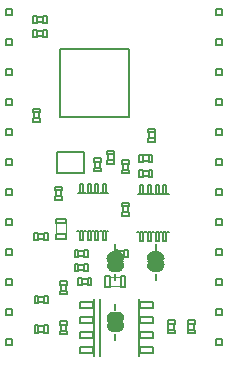
<source format=gbr>
G04 (created by PCBNEW (2013-jul-07)-stable) date Mon 28 Dec 2015 12:05:22 PM PST*
%MOIN*%
G04 Gerber Fmt 3.4, Leading zero omitted, Abs format*
%FSLAX34Y34*%
G01*
G70*
G90*
G04 APERTURE LIST*
%ADD10C,0.00393701*%
%ADD11C,0.008*%
%ADD12C,0.006*%
%ADD13C,0.005*%
%ADD14C,0.004*%
%ADD15C,0.05*%
G04 APERTURE END LIST*
G54D10*
G54D11*
X56785Y-37087D02*
X59067Y-37087D01*
X59067Y-37087D02*
X59067Y-39369D01*
X59067Y-39369D02*
X56785Y-39369D01*
X56785Y-39369D02*
X56785Y-37087D01*
G54D12*
X56242Y-43446D02*
X56050Y-43446D01*
X56050Y-43270D02*
X56242Y-43270D01*
G54D13*
X56364Y-43238D02*
X56246Y-43238D01*
X56246Y-43238D02*
X56246Y-43474D01*
X56246Y-43474D02*
X56364Y-43474D01*
X56364Y-43474D02*
X56364Y-43238D01*
X56045Y-43238D02*
X55926Y-43238D01*
X55926Y-43238D02*
X55926Y-43474D01*
X55926Y-43474D02*
X56045Y-43474D01*
X56045Y-43474D02*
X56045Y-43238D01*
G54D14*
X56658Y-42905D02*
X56658Y-43259D01*
X56972Y-42905D02*
X56972Y-43259D01*
G54D13*
X56638Y-42905D02*
X56992Y-42905D01*
X56992Y-42905D02*
X56992Y-42748D01*
X56992Y-42748D02*
X56638Y-42748D01*
X56638Y-42748D02*
X56638Y-42905D01*
X56638Y-43416D02*
X56992Y-43416D01*
X56992Y-43416D02*
X56992Y-43259D01*
X56992Y-43259D02*
X56638Y-43259D01*
X56638Y-43259D02*
X56638Y-43416D01*
G54D12*
X55901Y-39399D02*
X55901Y-39207D01*
X56077Y-39207D02*
X56077Y-39399D01*
G54D13*
X56109Y-39521D02*
X56109Y-39403D01*
X56109Y-39403D02*
X55873Y-39403D01*
X55873Y-39403D02*
X55873Y-39521D01*
X55873Y-39521D02*
X56109Y-39521D01*
X56109Y-39202D02*
X56109Y-39083D01*
X56109Y-39083D02*
X55873Y-39083D01*
X55873Y-39083D02*
X55873Y-39202D01*
X55873Y-39202D02*
X56109Y-39202D01*
G54D12*
X58565Y-40612D02*
X58565Y-40804D01*
X58389Y-40804D02*
X58389Y-40612D01*
G54D13*
X58357Y-40490D02*
X58357Y-40608D01*
X58357Y-40608D02*
X58593Y-40608D01*
X58593Y-40608D02*
X58593Y-40490D01*
X58593Y-40490D02*
X58357Y-40490D01*
X58357Y-40809D02*
X58357Y-40928D01*
X58357Y-40928D02*
X58593Y-40928D01*
X58593Y-40928D02*
X58593Y-40809D01*
X58593Y-40809D02*
X58357Y-40809D01*
G54D12*
X59927Y-39876D02*
X59927Y-40068D01*
X59751Y-40068D02*
X59751Y-39876D01*
G54D13*
X59719Y-39754D02*
X59719Y-39872D01*
X59719Y-39872D02*
X59955Y-39872D01*
X59955Y-39872D02*
X59955Y-39754D01*
X59955Y-39754D02*
X59719Y-39754D01*
X59719Y-40073D02*
X59719Y-40192D01*
X59719Y-40192D02*
X59955Y-40192D01*
X59955Y-40192D02*
X59955Y-40073D01*
X59955Y-40073D02*
X59719Y-40073D01*
G54D12*
X56011Y-36026D02*
X56203Y-36026D01*
X56203Y-36202D02*
X56011Y-36202D01*
G54D13*
X55889Y-36234D02*
X56007Y-36234D01*
X56007Y-36234D02*
X56007Y-35998D01*
X56007Y-35998D02*
X55889Y-35998D01*
X55889Y-35998D02*
X55889Y-36234D01*
X56208Y-36234D02*
X56327Y-36234D01*
X56327Y-36234D02*
X56327Y-35998D01*
X56327Y-35998D02*
X56208Y-35998D01*
X56208Y-35998D02*
X56208Y-36234D01*
G54D12*
X58727Y-43821D02*
X58919Y-43821D01*
X58919Y-43997D02*
X58727Y-43997D01*
G54D13*
X58605Y-44029D02*
X58723Y-44029D01*
X58723Y-44029D02*
X58723Y-43793D01*
X58723Y-43793D02*
X58605Y-43793D01*
X58605Y-43793D02*
X58605Y-44029D01*
X58924Y-44029D02*
X59043Y-44029D01*
X59043Y-44029D02*
X59043Y-43793D01*
X59043Y-43793D02*
X58924Y-43793D01*
X58924Y-43793D02*
X58924Y-44029D01*
G54D12*
X56011Y-36498D02*
X56203Y-36498D01*
X56203Y-36674D02*
X56011Y-36674D01*
G54D13*
X55889Y-36706D02*
X56007Y-36706D01*
X56007Y-36706D02*
X56007Y-36470D01*
X56007Y-36470D02*
X55889Y-36470D01*
X55889Y-36470D02*
X55889Y-36706D01*
X56208Y-36706D02*
X56327Y-36706D01*
X56327Y-36706D02*
X56327Y-36470D01*
X56327Y-36470D02*
X56208Y-36470D01*
X56208Y-36470D02*
X56208Y-36706D01*
G54D12*
X59542Y-40644D02*
X59734Y-40644D01*
X59734Y-40820D02*
X59542Y-40820D01*
G54D13*
X59420Y-40852D02*
X59538Y-40852D01*
X59538Y-40852D02*
X59538Y-40616D01*
X59538Y-40616D02*
X59420Y-40616D01*
X59420Y-40616D02*
X59420Y-40852D01*
X59739Y-40852D02*
X59858Y-40852D01*
X59858Y-40852D02*
X59858Y-40616D01*
X59858Y-40616D02*
X59739Y-40616D01*
X59739Y-40616D02*
X59739Y-40852D01*
G54D12*
X59542Y-41152D02*
X59734Y-41152D01*
X59734Y-41328D02*
X59542Y-41328D01*
G54D13*
X59420Y-41360D02*
X59538Y-41360D01*
X59538Y-41360D02*
X59538Y-41124D01*
X59538Y-41124D02*
X59420Y-41124D01*
X59420Y-41124D02*
X59420Y-41360D01*
X59739Y-41360D02*
X59858Y-41360D01*
X59858Y-41360D02*
X59858Y-41124D01*
X59858Y-41124D02*
X59739Y-41124D01*
X59739Y-41124D02*
X59739Y-41360D01*
G54D12*
X59037Y-40927D02*
X59037Y-41119D01*
X58861Y-41119D02*
X58861Y-40927D01*
G54D13*
X58829Y-40805D02*
X58829Y-40923D01*
X58829Y-40923D02*
X59065Y-40923D01*
X59065Y-40923D02*
X59065Y-40805D01*
X59065Y-40805D02*
X58829Y-40805D01*
X58829Y-41124D02*
X58829Y-41243D01*
X58829Y-41243D02*
X59065Y-41243D01*
X59065Y-41243D02*
X59065Y-41124D01*
X59065Y-41124D02*
X58829Y-41124D01*
G54D12*
X59037Y-42344D02*
X59037Y-42536D01*
X58861Y-42536D02*
X58861Y-42344D01*
G54D13*
X58829Y-42222D02*
X58829Y-42340D01*
X58829Y-42340D02*
X59065Y-42340D01*
X59065Y-42340D02*
X59065Y-42222D01*
X59065Y-42222D02*
X58829Y-42222D01*
X58829Y-42541D02*
X58829Y-42660D01*
X58829Y-42660D02*
X59065Y-42660D01*
X59065Y-42660D02*
X59065Y-42541D01*
X59065Y-42541D02*
X58829Y-42541D01*
G54D12*
X57351Y-43171D02*
X57404Y-43171D01*
X57584Y-43171D02*
X57660Y-43171D01*
X57840Y-43171D02*
X57915Y-43171D01*
X58095Y-43171D02*
X58171Y-43171D01*
X58351Y-43171D02*
X58389Y-43171D01*
X57366Y-41892D02*
X57404Y-41892D01*
X57584Y-41892D02*
X57660Y-41892D01*
X57840Y-41892D02*
X57915Y-41892D01*
X58095Y-41892D02*
X58171Y-41892D01*
X58351Y-41892D02*
X58389Y-41892D01*
G54D13*
X57446Y-41892D02*
X57542Y-41892D01*
X57542Y-41892D02*
X57542Y-41604D01*
X57542Y-41604D02*
X57446Y-41604D01*
X57446Y-41604D02*
X57446Y-41892D01*
X57702Y-41892D02*
X57798Y-41892D01*
X57798Y-41892D02*
X57798Y-41604D01*
X57798Y-41604D02*
X57702Y-41604D01*
X57702Y-41604D02*
X57702Y-41892D01*
X57957Y-41892D02*
X58053Y-41892D01*
X58053Y-41892D02*
X58053Y-41604D01*
X58053Y-41604D02*
X57957Y-41604D01*
X57957Y-41604D02*
X57957Y-41892D01*
X58213Y-41892D02*
X58309Y-41892D01*
X58309Y-41892D02*
X58309Y-41604D01*
X58309Y-41604D02*
X58213Y-41604D01*
X58213Y-41604D02*
X58213Y-41892D01*
X57446Y-43458D02*
X57542Y-43458D01*
X57542Y-43458D02*
X57542Y-43171D01*
X57542Y-43171D02*
X57446Y-43171D01*
X57446Y-43171D02*
X57446Y-43458D01*
X57702Y-43458D02*
X57798Y-43458D01*
X57798Y-43458D02*
X57798Y-43171D01*
X57798Y-43171D02*
X57702Y-43171D01*
X57702Y-43171D02*
X57702Y-43458D01*
X57957Y-43458D02*
X58053Y-43458D01*
X58053Y-43458D02*
X58053Y-43171D01*
X58053Y-43171D02*
X57957Y-43171D01*
X57957Y-43171D02*
X57957Y-43458D01*
X58213Y-43458D02*
X58309Y-43458D01*
X58309Y-43458D02*
X58309Y-43171D01*
X58309Y-43171D02*
X58213Y-43171D01*
X58213Y-43171D02*
X58213Y-43458D01*
G54D12*
X57389Y-43821D02*
X57581Y-43821D01*
X57581Y-43997D02*
X57389Y-43997D01*
G54D13*
X57267Y-44029D02*
X57385Y-44029D01*
X57385Y-44029D02*
X57385Y-43793D01*
X57385Y-43793D02*
X57267Y-43793D01*
X57267Y-43793D02*
X57267Y-44029D01*
X57586Y-44029D02*
X57705Y-44029D01*
X57705Y-44029D02*
X57705Y-43793D01*
X57705Y-43793D02*
X57586Y-43793D01*
X57586Y-43793D02*
X57586Y-44029D01*
G54D12*
X59359Y-43210D02*
X59412Y-43210D01*
X59592Y-43210D02*
X59668Y-43210D01*
X59848Y-43210D02*
X59923Y-43210D01*
X60103Y-43210D02*
X60179Y-43210D01*
X60359Y-43210D02*
X60397Y-43210D01*
X59374Y-41931D02*
X59412Y-41931D01*
X59592Y-41931D02*
X59668Y-41931D01*
X59848Y-41931D02*
X59923Y-41931D01*
X60103Y-41931D02*
X60179Y-41931D01*
X60359Y-41931D02*
X60397Y-41931D01*
G54D13*
X59454Y-41931D02*
X59550Y-41931D01*
X59550Y-41931D02*
X59550Y-41643D01*
X59550Y-41643D02*
X59454Y-41643D01*
X59454Y-41643D02*
X59454Y-41931D01*
X59710Y-41931D02*
X59806Y-41931D01*
X59806Y-41931D02*
X59806Y-41643D01*
X59806Y-41643D02*
X59710Y-41643D01*
X59710Y-41643D02*
X59710Y-41931D01*
X59965Y-41931D02*
X60061Y-41931D01*
X60061Y-41931D02*
X60061Y-41643D01*
X60061Y-41643D02*
X59965Y-41643D01*
X59965Y-41643D02*
X59965Y-41931D01*
X60221Y-41931D02*
X60317Y-41931D01*
X60317Y-41931D02*
X60317Y-41643D01*
X60317Y-41643D02*
X60221Y-41643D01*
X60221Y-41643D02*
X60221Y-41931D01*
X59454Y-43497D02*
X59550Y-43497D01*
X59550Y-43497D02*
X59550Y-43210D01*
X59550Y-43210D02*
X59454Y-43210D01*
X59454Y-43210D02*
X59454Y-43497D01*
X59710Y-43497D02*
X59806Y-43497D01*
X59806Y-43497D02*
X59806Y-43210D01*
X59806Y-43210D02*
X59710Y-43210D01*
X59710Y-43210D02*
X59710Y-43497D01*
X59965Y-43497D02*
X60061Y-43497D01*
X60061Y-43497D02*
X60061Y-43210D01*
X60061Y-43210D02*
X59965Y-43210D01*
X59965Y-43210D02*
X59965Y-43497D01*
X60221Y-43497D02*
X60317Y-43497D01*
X60317Y-43497D02*
X60317Y-43210D01*
X60317Y-43210D02*
X60221Y-43210D01*
X60221Y-43210D02*
X60221Y-43497D01*
G54D12*
X56825Y-41805D02*
X56825Y-41997D01*
X56649Y-41997D02*
X56649Y-41805D01*
G54D13*
X56617Y-41683D02*
X56617Y-41801D01*
X56617Y-41801D02*
X56853Y-41801D01*
X56853Y-41801D02*
X56853Y-41683D01*
X56853Y-41683D02*
X56617Y-41683D01*
X56617Y-42002D02*
X56617Y-42121D01*
X56617Y-42121D02*
X56853Y-42121D01*
X56853Y-42121D02*
X56853Y-42002D01*
X56853Y-42002D02*
X56617Y-42002D01*
G54D12*
X58124Y-40860D02*
X58124Y-41052D01*
X57948Y-41052D02*
X57948Y-40860D01*
G54D13*
X57916Y-40738D02*
X57916Y-40856D01*
X57916Y-40856D02*
X58152Y-40856D01*
X58152Y-40856D02*
X58152Y-40738D01*
X58152Y-40738D02*
X57916Y-40738D01*
X57916Y-41057D02*
X57916Y-41176D01*
X57916Y-41176D02*
X58152Y-41176D01*
X58152Y-41176D02*
X58152Y-41057D01*
X58152Y-41057D02*
X57916Y-41057D01*
G54D11*
X56678Y-40523D02*
X57582Y-40523D01*
X57582Y-40523D02*
X57582Y-41231D01*
X57582Y-41231D02*
X56678Y-41231D01*
X56678Y-41231D02*
X56678Y-40523D01*
X57918Y-47333D02*
X57918Y-45445D01*
X59414Y-45445D02*
X59414Y-47333D01*
X58115Y-47333D02*
X58115Y-45445D01*
G54D13*
X57446Y-45543D02*
X57446Y-45736D01*
X57446Y-45736D02*
X57879Y-45736D01*
X57879Y-45736D02*
X57879Y-45543D01*
X57879Y-45543D02*
X57446Y-45543D01*
X57446Y-46043D02*
X57446Y-46236D01*
X57446Y-46236D02*
X57879Y-46236D01*
X57879Y-46236D02*
X57879Y-46043D01*
X57879Y-46043D02*
X57446Y-46043D01*
X57446Y-46542D02*
X57446Y-46735D01*
X57446Y-46735D02*
X57879Y-46735D01*
X57879Y-46735D02*
X57879Y-46542D01*
X57879Y-46542D02*
X57446Y-46542D01*
X57446Y-47042D02*
X57446Y-47235D01*
X57446Y-47235D02*
X57879Y-47235D01*
X57879Y-47235D02*
X57879Y-47042D01*
X57879Y-47042D02*
X57446Y-47042D01*
X59453Y-47042D02*
X59453Y-47235D01*
X59453Y-47235D02*
X59886Y-47235D01*
X59886Y-47235D02*
X59886Y-47042D01*
X59886Y-47042D02*
X59453Y-47042D01*
X59453Y-46542D02*
X59453Y-46735D01*
X59453Y-46735D02*
X59886Y-46735D01*
X59886Y-46735D02*
X59886Y-46542D01*
X59886Y-46542D02*
X59453Y-46542D01*
X59453Y-46043D02*
X59453Y-46236D01*
X59453Y-46236D02*
X59886Y-46236D01*
X59886Y-46236D02*
X59886Y-46043D01*
X59886Y-46043D02*
X59453Y-46043D01*
X59453Y-45543D02*
X59453Y-45736D01*
X59453Y-45736D02*
X59886Y-45736D01*
X59886Y-45736D02*
X59886Y-45543D01*
X59886Y-45543D02*
X59453Y-45543D01*
G54D12*
X60389Y-46446D02*
X60389Y-46254D01*
X60565Y-46254D02*
X60565Y-46446D01*
G54D13*
X60597Y-46568D02*
X60597Y-46450D01*
X60597Y-46450D02*
X60361Y-46450D01*
X60361Y-46450D02*
X60361Y-46568D01*
X60361Y-46568D02*
X60597Y-46568D01*
X60597Y-46249D02*
X60597Y-46130D01*
X60597Y-46130D02*
X60361Y-46130D01*
X60361Y-46130D02*
X60361Y-46249D01*
X60361Y-46249D02*
X60597Y-46249D01*
G54D12*
X56982Y-46293D02*
X56982Y-46485D01*
X56806Y-46485D02*
X56806Y-46293D01*
G54D13*
X56774Y-46171D02*
X56774Y-46289D01*
X56774Y-46289D02*
X57010Y-46289D01*
X57010Y-46289D02*
X57010Y-46171D01*
X57010Y-46171D02*
X56774Y-46171D01*
X56774Y-46490D02*
X56774Y-46609D01*
X56774Y-46609D02*
X57010Y-46609D01*
X57010Y-46609D02*
X57010Y-46490D01*
X57010Y-46490D02*
X56774Y-46490D01*
G54D12*
X56806Y-45147D02*
X56806Y-44955D01*
X56982Y-44955D02*
X56982Y-45147D01*
G54D13*
X57014Y-45269D02*
X57014Y-45151D01*
X57014Y-45151D02*
X56778Y-45151D01*
X56778Y-45151D02*
X56778Y-45269D01*
X56778Y-45269D02*
X57014Y-45269D01*
X57014Y-44950D02*
X57014Y-44831D01*
X57014Y-44831D02*
X56778Y-44831D01*
X56778Y-44831D02*
X56778Y-44950D01*
X56778Y-44950D02*
X57014Y-44950D01*
G54D12*
X61058Y-46446D02*
X61058Y-46254D01*
X61234Y-46254D02*
X61234Y-46446D01*
G54D13*
X61266Y-46568D02*
X61266Y-46450D01*
X61266Y-46450D02*
X61030Y-46450D01*
X61030Y-46450D02*
X61030Y-46568D01*
X61030Y-46568D02*
X61266Y-46568D01*
X61266Y-46249D02*
X61266Y-46130D01*
X61266Y-46130D02*
X61030Y-46130D01*
X61030Y-46130D02*
X61030Y-46249D01*
X61030Y-46249D02*
X61266Y-46249D01*
G54D12*
X57581Y-44469D02*
X57389Y-44469D01*
X57389Y-44293D02*
X57581Y-44293D01*
G54D13*
X57703Y-44261D02*
X57585Y-44261D01*
X57585Y-44261D02*
X57585Y-44497D01*
X57585Y-44497D02*
X57703Y-44497D01*
X57703Y-44497D02*
X57703Y-44261D01*
X57384Y-44261D02*
X57265Y-44261D01*
X57265Y-44261D02*
X57265Y-44497D01*
X57265Y-44497D02*
X57384Y-44497D01*
X57384Y-44497D02*
X57384Y-44261D01*
G54D12*
X56050Y-45356D02*
X56242Y-45356D01*
X56242Y-45532D02*
X56050Y-45532D01*
G54D13*
X55928Y-45564D02*
X56046Y-45564D01*
X56046Y-45564D02*
X56046Y-45328D01*
X56046Y-45328D02*
X55928Y-45328D01*
X55928Y-45328D02*
X55928Y-45564D01*
X56247Y-45564D02*
X56366Y-45564D01*
X56366Y-45564D02*
X56366Y-45328D01*
X56366Y-45328D02*
X56247Y-45328D01*
X56247Y-45328D02*
X56247Y-45564D01*
G54D12*
X59965Y-44584D02*
X59965Y-44784D01*
X59965Y-43784D02*
X59965Y-43584D01*
G54D15*
X60015Y-44084D02*
G75*
G02X59915Y-44084I-50J0D01*
G74*
G01*
X59915Y-44284D02*
G75*
G02X60015Y-44284I50J0D01*
G74*
G01*
G54D12*
X58626Y-44584D02*
X58626Y-44784D01*
X58626Y-43784D02*
X58626Y-43584D01*
G54D15*
X58676Y-44084D02*
G75*
G02X58576Y-44084I-50J0D01*
G74*
G01*
X58576Y-44284D02*
G75*
G02X58676Y-44284I50J0D01*
G74*
G01*
G54D12*
X58626Y-45792D02*
X58626Y-45592D01*
X58626Y-46592D02*
X58626Y-46792D01*
G54D15*
X58576Y-46292D02*
G75*
G02X58676Y-46292I50J0D01*
G74*
G01*
X58676Y-46092D02*
G75*
G02X58576Y-46092I-50J0D01*
G74*
G01*
G54D14*
X58803Y-44697D02*
X58449Y-44697D01*
X58803Y-45011D02*
X58449Y-45011D01*
G54D13*
X58803Y-44677D02*
X58803Y-45031D01*
X58803Y-45031D02*
X58960Y-45031D01*
X58960Y-45031D02*
X58960Y-44677D01*
X58960Y-44677D02*
X58803Y-44677D01*
X58292Y-44677D02*
X58292Y-45031D01*
X58292Y-45031D02*
X58449Y-45031D01*
X58449Y-45031D02*
X58449Y-44677D01*
X58449Y-44677D02*
X58292Y-44677D01*
G54D12*
X57699Y-44942D02*
X57507Y-44942D01*
X57507Y-44766D02*
X57699Y-44766D01*
G54D13*
X57821Y-44734D02*
X57703Y-44734D01*
X57703Y-44734D02*
X57703Y-44970D01*
X57703Y-44970D02*
X57821Y-44970D01*
X57821Y-44970D02*
X57821Y-44734D01*
X57502Y-44734D02*
X57383Y-44734D01*
X57383Y-44734D02*
X57383Y-44970D01*
X57383Y-44970D02*
X57502Y-44970D01*
X57502Y-44970D02*
X57502Y-44734D01*
G54D12*
X56050Y-46341D02*
X56242Y-46341D01*
X56242Y-46517D02*
X56050Y-46517D01*
G54D13*
X55928Y-46549D02*
X56046Y-46549D01*
X56046Y-46549D02*
X56046Y-46313D01*
X56046Y-46313D02*
X55928Y-46313D01*
X55928Y-46313D02*
X55928Y-46549D01*
X56247Y-46549D02*
X56366Y-46549D01*
X56366Y-46549D02*
X56366Y-46313D01*
X56366Y-46313D02*
X56247Y-46313D01*
X56247Y-46313D02*
X56247Y-46549D01*
X55183Y-35973D02*
X55183Y-35773D01*
X55183Y-35773D02*
X54983Y-35773D01*
X54983Y-35773D02*
X54983Y-35973D01*
X54983Y-35973D02*
X55183Y-35973D01*
X55183Y-36973D02*
X55183Y-36773D01*
X55183Y-36773D02*
X54983Y-36773D01*
X54983Y-36773D02*
X54983Y-36973D01*
X54983Y-36973D02*
X55183Y-36973D01*
X55183Y-37973D02*
X55183Y-37773D01*
X55183Y-37773D02*
X54983Y-37773D01*
X54983Y-37773D02*
X54983Y-37973D01*
X54983Y-37973D02*
X55183Y-37973D01*
X55183Y-38973D02*
X55183Y-38773D01*
X55183Y-38773D02*
X54983Y-38773D01*
X54983Y-38773D02*
X54983Y-38973D01*
X54983Y-38973D02*
X55183Y-38973D01*
X55183Y-39973D02*
X55183Y-39773D01*
X55183Y-39773D02*
X54983Y-39773D01*
X54983Y-39773D02*
X54983Y-39973D01*
X54983Y-39973D02*
X55183Y-39973D01*
X61971Y-41777D02*
X61971Y-41977D01*
X61971Y-41977D02*
X62171Y-41977D01*
X62171Y-41977D02*
X62171Y-41777D01*
X62171Y-41777D02*
X61971Y-41777D01*
X61971Y-40777D02*
X61971Y-40977D01*
X61971Y-40977D02*
X62171Y-40977D01*
X62171Y-40977D02*
X62171Y-40777D01*
X62171Y-40777D02*
X61971Y-40777D01*
X61971Y-39777D02*
X61971Y-39977D01*
X61971Y-39977D02*
X62171Y-39977D01*
X62171Y-39977D02*
X62171Y-39777D01*
X62171Y-39777D02*
X61971Y-39777D01*
X61971Y-38777D02*
X61971Y-38977D01*
X61971Y-38977D02*
X62171Y-38977D01*
X62171Y-38977D02*
X62171Y-38777D01*
X62171Y-38777D02*
X61971Y-38777D01*
X61971Y-37777D02*
X61971Y-37977D01*
X61971Y-37977D02*
X62171Y-37977D01*
X62171Y-37977D02*
X62171Y-37777D01*
X62171Y-37777D02*
X61971Y-37777D01*
X61971Y-36777D02*
X61971Y-36977D01*
X61971Y-36977D02*
X62171Y-36977D01*
X62171Y-36977D02*
X62171Y-36777D01*
X62171Y-36777D02*
X61971Y-36777D01*
X61971Y-35777D02*
X61971Y-35977D01*
X61971Y-35977D02*
X62171Y-35977D01*
X62171Y-35977D02*
X62171Y-35777D01*
X62171Y-35777D02*
X61971Y-35777D01*
X61971Y-42777D02*
X61971Y-42977D01*
X61971Y-42977D02*
X62171Y-42977D01*
X62171Y-42977D02*
X62171Y-42777D01*
X62171Y-42777D02*
X61971Y-42777D01*
X61971Y-43777D02*
X61971Y-43977D01*
X61971Y-43977D02*
X62171Y-43977D01*
X62171Y-43977D02*
X62171Y-43777D01*
X62171Y-43777D02*
X61971Y-43777D01*
X61971Y-44777D02*
X61971Y-44977D01*
X61971Y-44977D02*
X62171Y-44977D01*
X62171Y-44977D02*
X62171Y-44777D01*
X62171Y-44777D02*
X61971Y-44777D01*
X61971Y-45777D02*
X61971Y-45977D01*
X61971Y-45977D02*
X62171Y-45977D01*
X62171Y-45977D02*
X62171Y-45777D01*
X62171Y-45777D02*
X61971Y-45777D01*
X61971Y-46777D02*
X61971Y-46977D01*
X61971Y-46977D02*
X62171Y-46977D01*
X62171Y-46977D02*
X62171Y-46777D01*
X62171Y-46777D02*
X61971Y-46777D01*
X55183Y-40969D02*
X55183Y-40769D01*
X55183Y-40769D02*
X54983Y-40769D01*
X54983Y-40769D02*
X54983Y-40969D01*
X54983Y-40969D02*
X55183Y-40969D01*
X55183Y-41969D02*
X55183Y-41769D01*
X55183Y-41769D02*
X54983Y-41769D01*
X54983Y-41769D02*
X54983Y-41969D01*
X54983Y-41969D02*
X55183Y-41969D01*
X55183Y-42969D02*
X55183Y-42769D01*
X55183Y-42769D02*
X54983Y-42769D01*
X54983Y-42769D02*
X54983Y-42969D01*
X54983Y-42969D02*
X55183Y-42969D01*
X55183Y-43969D02*
X55183Y-43769D01*
X55183Y-43769D02*
X54983Y-43769D01*
X54983Y-43769D02*
X54983Y-43969D01*
X54983Y-43969D02*
X55183Y-43969D01*
X54983Y-46773D02*
X54983Y-46973D01*
X54983Y-46973D02*
X55183Y-46973D01*
X55183Y-46973D02*
X55183Y-46773D01*
X55183Y-46773D02*
X54983Y-46773D01*
X54983Y-45773D02*
X54983Y-45973D01*
X54983Y-45973D02*
X55183Y-45973D01*
X55183Y-45973D02*
X55183Y-45773D01*
X55183Y-45773D02*
X54983Y-45773D01*
X54983Y-44773D02*
X54983Y-44973D01*
X54983Y-44973D02*
X55183Y-44973D01*
X55183Y-44973D02*
X55183Y-44773D01*
X55183Y-44773D02*
X54983Y-44773D01*
M02*

</source>
